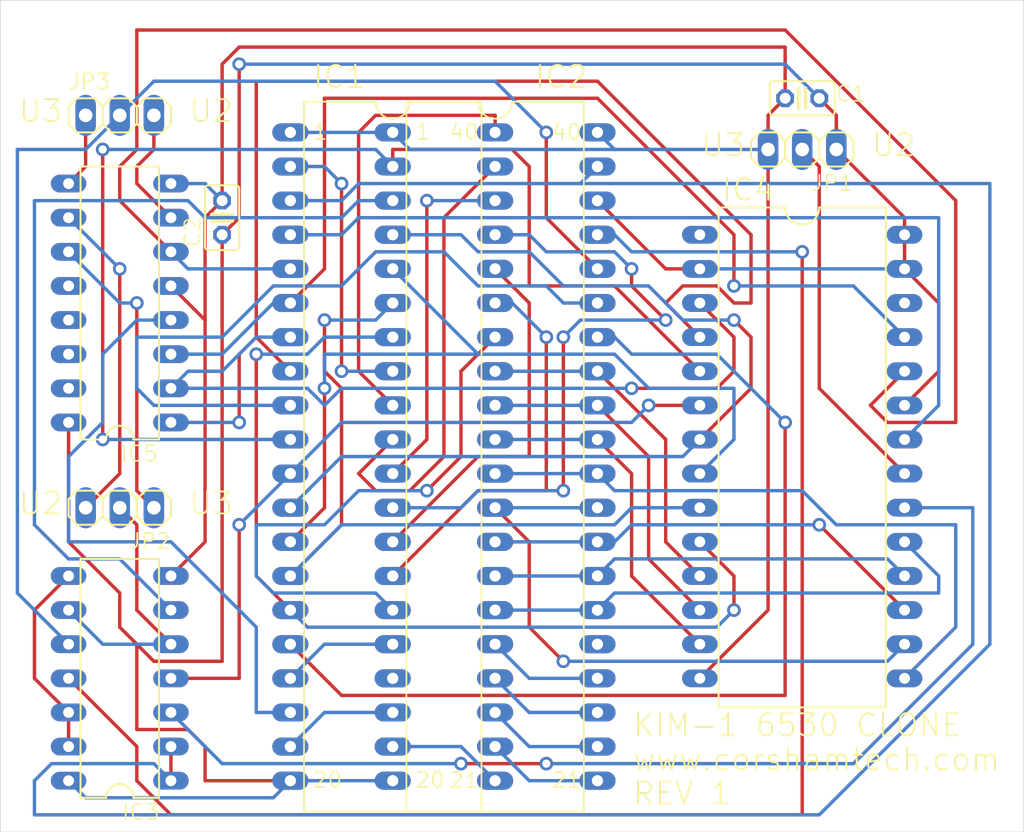
<source format=kicad_pcb>
(kicad_pcb (version 20221018) (generator pcbnew)
  (layers (0 "F.Cu" signal) (31 "B.Cu" signal) (34 "B.Paste" user) (35 "F.Paste" user) (36 "B.SilkS" user "B.Silkscreen") (37 "F.SilkS" user "F.Silkscreen") (38 "B.Mask" user) (39 "F.Mask" user) (44 "Edge.Cuts" user))
  (net 0 "")
  (net 1 "N$1")
  (net 2 "N$2")
  (net 3 "N$3")
  (net 4 "N$4")
  (net 5 "N$5")
  (net 6 "N$6")
  (net 7 "N$7")
  (net 8 "N$8")
  (net 9 "N$9")
  (net 10 "N$10")
  (net 11 "N$11")
  (net 12 "N$12")
  (net 13 "N$13")
  (net 14 "N$15")
  (net 15 "N$16")
  (net 16 "PH2")
  (net 17 "D0")
  (net 18 "D1")
  (net 19 "D2")
  (net 20 "D3")
  (net 21 "D4")
  (net 22 "D5")
  (net 23 "D6")
  (net 24 "D7")
  (net 25 "A0")
  (net 26 "A1")
  (net 27 "A2")
  (net 28 "A3")
  (net 29 "A4")
  (net 30 "A5")
  (net 31 "A6")
  (net 32 "A7")
  (net 33 "A8")
  (net 34 "A9")
  (net 35 "A10")
  (net 36 "~{ROM_SELECT}")
  (net 37 "R/~{W}")
  (net 38 "~{PH2}")
  (net 39 "VCC")
  (net 40 "GND")
  (net 41 "N$14")
  (net 42 "~{K5}")
  (net 43 "~{RAM_SELECT}")
  (net 44 "~{REGISTER_SELECT}")
  (net 45 "A4_ADJ")
  (net 46 "~{S_1700}")
  (net 47 "~{S_1780}")
  (net 48 "~{S_17C0}")
  (net 49 "~{S_1740}")
  (net 50 "~{ON_6532}")
  (net 51 "ON_6532")
  (footprint "KIM_6530_replacement:C025-025X050" (layer "F.Cu") (at 126.9211 90.2336 90)
    (fp_text reference "C2")
    (fp_text value ".1")
  )
  (footprint "KIM_6530_replacement:DIL16" (layer "F.Cu") (at 119.3011 96.5836 90)
    (fp_text reference "IC5")
    (fp_text value "74LS138N")
  )
  (footprint "KIM_6530_replacement:DIP40" (layer "F.Cu") (at 139.6211 108.0136 -90)
    (fp_text reference "IC1")
    (fp_text value "6530-KIM")
  )
  (footprint "KIM_6530_replacement:DIL28-6" (layer "F.Cu") (at 170.1011 108.0136 -90)
    (fp_text reference "IC4")
    (fp_text value "28C64AP")
  )
  (footprint "KIM_6530_replacement:1X03" (layer "F.Cu") (at 119.3011 111.8236 180)
    (fp_text reference "JP2")
    (fp_text value "")
  )
  (footprint "KIM_6530_replacement:C025-025X050" (layer "F.Cu") (at 170.1011 81.3436 180)
    (fp_text reference "C1")
    (fp_text value ".1")
  )
  (footprint "KIM_6530_replacement:1X03" (layer "F.Cu") (at 170.1011 85.1536 180)
    (fp_text reference "JP1")
    (fp_text value "EPROM" hide)
  )
  (footprint "KIM_6530_replacement:DIL14" (layer "F.Cu") (at 119.3011 124.5236 90)
    (fp_text reference "IC3")
    (fp_text value "74LS00N")
  )
  (footprint "KIM_6530_replacement:DIP40" (layer "F.Cu") (at 147.2411 108.0136 -90)
    (fp_text reference "IC2")
    (fp_text value "6532")
  )
  (footprint "KIM_6530_replacement:1X03" (layer "F.Cu") (at 119.3011 82.6136)
    (fp_text reference "JP3")
    (fp_text value "")
  )
  (gr_line (start 186.5911 74.0536) (end 110.4111 74.0536) (stroke (width 0.05)) (layer "Edge.Cuts"))
  (gr_line (start 110.4111 74.0536) (end 110.4111 135.9536) (stroke (width 0.05)) (layer "Edge.Cuts"))
  (gr_line (start 186.5911 135.9536) (end 186.5911 74.0536) (stroke (width 0.05)) (layer "Edge.Cuts"))
  (gr_line (start 110.4111 135.9536) (end 186.5911 135.9536) (stroke (width 0.05)) (layer "Edge.Cuts"))
  (gr_text "U3" (at 124.3811 112.4586) (layer "F.SilkS") (effects (font (size 1.63576 1.63576) (thickness 0.14224)) (justify left bottom)))
  (gr_text "U2" (at 124.3811 83.2486) (layer "F.SilkS") (effects (font (size 1.63576 1.63576) (thickness 0.14224)) (justify left bottom)))
  (gr_text "KIM-1 6530 CLONE" (at 157.4011 128.9686) (layer "F.SilkS") (effects (font (size 1.63576 1.63576) (thickness 0.14224)) (justify left bottom)))
  (gr_text "U2" (at 111.6811 112.4586) (layer "F.SilkS") (effects (font (size 1.63576 1.63576) (thickness 0.14224)) (justify left bottom)))
  (gr_text "www.corshamtech.com" (at 157.4011 131.5086) (layer "F.SilkS") (effects (font (size 1.63576 1.63576) (thickness 0.14224)) (justify left bottom)))
  (gr_text "U2" (at 175.1811 85.7886) (layer "F.SilkS") (effects (font (size 1.63576 1.63576) (thickness 0.14224)) (justify left bottom)))
  (gr_text "U3" (at 162.4811 85.7886) (layer "F.SilkS") (effects (font (size 1.63576 1.63576) (thickness 0.14224)) (justify left bottom)))
  (gr_text "U3" (at 111.6811 83.2486) (layer "F.SilkS") (effects (font (size 1.63576 1.63576) (thickness 0.14224)) (justify left bottom)))
  (gr_text "REV 1" (at 157.4011 134.0486) (layer "F.SilkS") (effects (font (size 1.63576 1.63576) (thickness 0.14224)) (justify left bottom)))
  (segment (start 135.8111 87.6936) (end 135.8111 101.6636) (width 0.254) (layer "F.Cu") (net 1))
  (via (at 135.8111 101.6636) (size 1.016) (drill 0.6096) (layers "F.Cu" "B.Cu") (net 1))
  (via (at 135.8111 87.6936) (size 1.016) (drill 0.6096) (layers "F.Cu" "B.Cu") (net 1))
  (segment (start 134.5411 86.4236) (end 135.8111 87.6936) (width 0.254) (layer "B.Cu") (net 1))
  (segment (start 132.0011 86.4236) (end 134.5411 86.4236) (width 0.254) (layer "B.Cu") (net 1))
  (segment (start 135.8111 101.6636) (end 139.6211 101.6636) (width 0.254) (layer "B.Cu") (net 1))
  (segment (start 138.3511 82.6136) (end 137.0811 83.8836) (width 0.254) (layer "F.Cu") (net 2))
  (segment (start 147.2411 82.6136) (end 138.3511 82.6136) (width 0.254) (layer "F.Cu") (net 2))
  (segment (start 137.0811 101.6636) (end 139.6211 104.2036) (width 0.254) (layer "F.Cu") (net 2))
  (segment (start 147.2411 83.8836) (end 147.2411 82.6136) (width 0.254) (layer "F.Cu") (net 2))
  (segment (start 137.0811 83.8836) (end 137.0811 101.6636) (width 0.254) (layer "F.Cu") (net 2))
  (segment (start 147.2411 86.4236) (end 143.4311 90.2336) (width 0.254) (layer "F.Cu") (net 3))
  (segment (start 143.4311 108.0136) (end 140.8911 110.5536) (width 0.254) (layer "F.Cu") (net 3))
  (segment (start 138.3511 110.5536) (end 137.0811 109.2836) (width 0.254) (layer "F.Cu") (net 3))
  (segment (start 143.4311 90.2336) (end 143.4311 108.0136) (width 0.254) (layer "F.Cu") (net 3))
  (segment (start 137.0811 109.2836) (end 139.6211 106.7436) (width 0.254) (layer "F.Cu") (net 3))
  (segment (start 140.8911 110.5536) (end 138.3511 110.5536) (width 0.254) (layer "F.Cu") (net 3))
  (segment (start 142.1611 106.7436) (end 139.6211 109.2836) (width 0.254) (layer "F.Cu") (net 4))
  (segment (start 142.1611 88.9636) (end 142.1611 106.7436) (width 0.254) (layer "F.Cu") (net 4))
  (via (at 142.1611 88.9636) (size 1.016) (drill 0.6096) (layers "F.Cu" "B.Cu") (net 4))
  (segment (start 147.2411 88.9636) (end 142.1611 88.9636) (width 0.254) (layer "B.Cu") (net 4))
  (segment (start 157.4011 95.3136) (end 159.9411 97.8536) (width 0.254) (layer "F.Cu") (net 5))
  (segment (start 157.4011 94.0436) (end 157.4011 95.3136) (width 0.254) (layer "F.Cu") (net 5))
  (segment (start 152.3211 99.1236) (end 152.3211 110.5536) (width 0.254) (layer "F.Cu") (net 5))
  (via (at 152.3211 99.1236) (size 1.016) (drill 0.6096) (layers "F.Cu" "B.Cu") (net 5))
  (via (at 152.3211 110.5536) (size 1.016) (drill 0.6096) (layers "F.Cu" "B.Cu") (net 5))
  (via (at 159.9411 97.8536) (size 1.016) (drill 0.6096) (layers "F.Cu" "B.Cu") (net 5))
  (via (at 157.4011 94.0436) (size 1.016) (drill 0.6096) (layers "F.Cu" "B.Cu") (net 5))
  (segment (start 145.9711 110.5536) (end 144.7011 111.8236) (width 0.254) (layer "B.Cu") (net 5))
  (segment (start 156.1311 92.7736) (end 157.4011 94.0436) (width 0.254) (layer "B.Cu") (net 5))
  (segment (start 149.7811 91.5036) (end 151.0511 92.7736) (width 0.254) (layer "B.Cu") (net 5))
  (segment (start 159.9411 97.8536) (end 153.5911 97.8536) (width 0.254) (layer "B.Cu") (net 5))
  (segment (start 151.0511 92.7736) (end 156.1311 92.7736) (width 0.254) (layer "B.Cu") (net 5))
  (segment (start 147.2411 91.5036) (end 149.7811 91.5036) (width 0.254) (layer "B.Cu") (net 5))
  (segment (start 144.7011 111.8236) (end 139.6211 111.8236) (width 0.254) (layer "B.Cu") (net 5))
  (segment (start 152.3211 110.5536) (end 145.9711 110.5536) (width 0.254) (layer "B.Cu") (net 5))
  (segment (start 153.5911 97.8536) (end 152.3211 99.1236) (width 0.254) (layer "B.Cu") (net 5))
  (segment (start 147.2411 94.0436) (end 149.7811 96.5836) (width 0.254) (layer "F.Cu") (net 6))
  (segment (start 149.7811 108.0136) (end 145.9711 108.0136) (width 0.254) (layer "F.Cu") (net 6))
  (segment (start 145.9711 108.0136) (end 139.6211 114.3636) (width 0.254) (layer "F.Cu") (net 6))
  (segment (start 149.7811 96.5836) (end 149.7811 108.0136) (width 0.254) (layer "F.Cu") (net 6))
  (segment (start 151.0511 99.1236) (end 151.0511 110.5536) (width 0.254) (layer "F.Cu") (net 7))
  (segment (start 151.0511 110.5536) (end 145.9711 110.5536) (width 0.254) (layer "F.Cu") (net 7))
  (segment (start 145.9711 110.5536) (end 139.6211 116.9036) (width 0.254) (layer "F.Cu") (net 7))
  (via (at 151.0511 99.1236) (size 1.016) (drill 0.6096) (layers "F.Cu" "B.Cu") (net 7))
  (segment (start 147.2411 96.5836) (end 148.5111 96.5836) (width 0.254) (layer "B.Cu") (net 7))
  (segment (start 148.5111 96.5836) (end 151.0511 99.1236) (width 0.254) (layer "B.Cu") (net 7))
  (segment (start 147.2411 99.1236) (end 144.7011 101.6636) (width 0.254) (layer "F.Cu") (net 8))
  (segment (start 144.7011 101.6636) (end 144.7011 108.0136) (width 0.254) (layer "F.Cu") (net 8))
  (segment (start 144.7011 108.0136) (end 142.1611 110.5536) (width 0.254) (layer "F.Cu") (net 8))
  (via (at 142.1611 110.5536) (size 1.016) (drill 0.6096) (layers "F.Cu" "B.Cu") (net 8))
  (segment (start 129.4611 113.0936) (end 129.4611 116.9036) (width 0.254) (layer "B.Cu") (net 8))
  (segment (start 130.7311 118.1736) (end 138.3511 118.1736) (width 0.254) (layer "B.Cu") (net 8))
  (segment (start 138.3511 118.1736) (end 139.6211 119.4436) (width 0.254) (layer "B.Cu") (net 8))
  (segment (start 129.4611 116.9036) (end 130.7311 118.1736) (width 0.254) (layer "B.Cu") (net 8))
  (segment (start 142.1611 110.5536) (end 137.0811 110.5536) (width 0.254) (layer "B.Cu") (net 8))
  (segment (start 137.0811 110.5536) (end 134.5411 113.0936) (width 0.254) (layer "B.Cu") (net 8))
  (segment (start 134.5411 113.0936) (end 129.4611 113.0936) (width 0.254) (layer "B.Cu") (net 8))
  (segment (start 149.7811 124.5236) (end 147.2411 121.9836) (width 0.254) (layer "B.Cu") (net 9))
  (segment (start 154.8611 124.5236) (end 149.7811 124.5236) (width 0.254) (layer "B.Cu") (net 9))
  (segment (start 149.7811 127.0636) (end 147.2411 124.5236) (width 0.254) (layer "B.Cu") (net 10))
  (segment (start 154.8611 127.0636) (end 149.7811 127.0636) (width 0.254) (layer "B.Cu") (net 10))
  (segment (start 149.7811 129.6036) (end 147.2411 127.0636) (width 0.254) (layer "B.Cu") (net 11))
  (segment (start 154.8611 129.6036) (end 149.7811 129.6036) (width 0.254) (layer "B.Cu") (net 11))
  (segment (start 149.7811 132.1436) (end 147.2411 129.6036) (width 0.254) (layer "B.Cu") (net 12))
  (segment (start 154.8611 132.1436) (end 149.7811 132.1436) (width 0.254) (layer "B.Cu") (net 12))
  (segment (start 147.2411 132.1436) (end 144.7011 129.6036) (width 0.254) (layer "B.Cu") (net 13))
  (segment (start 144.7011 129.6036) (end 139.6211 129.6036) (width 0.254) (layer "B.Cu") (net 13))
  (segment (start 134.5411 121.9836) (end 132.0011 124.5236) (width 0.254) (layer "B.Cu") (net 14))
  (segment (start 139.6211 121.9836) (end 134.5411 121.9836) (width 0.254) (layer "B.Cu") (net 14))
  (segment (start 135.8111 125.7936) (end 132.0011 121.9836) (width 0.254) (layer "F.Cu") (net 15))
  (segment (start 168.8311 105.4736) (end 168.8311 125.7936) (width 0.254) (layer "F.Cu") (net 15))
  (segment (start 168.8311 125.7936) (end 135.8111 125.7936) (width 0.254) (layer "F.Cu") (net 15))
  (via (at 168.8311 105.4736) (size 1.016) (drill 0.6096) (layers "F.Cu" "B.Cu") (net 15))
  (segment (start 157.4011 100.3936) (end 163.7511 100.3936) (width 0.254) (layer "B.Cu") (net 15))
  (segment (start 156.1311 99.1236) (end 157.4011 100.3936) (width 0.254) (layer "B.Cu") (net 15))
  (segment (start 154.8611 99.1236) (end 156.1311 99.1236) (width 0.254) (layer "B.Cu") (net 15))
  (segment (start 163.7511 100.3936) (end 168.8311 105.4736) (width 0.254) (layer "B.Cu") (net 15))
  (segment (start 123.1111 132.1436) (end 123.1111 129.6036) (width 0.254) (layer "F.Cu") (net 16))
  (segment (start 153.5911 87.6936) (end 137.0811 87.6936) (width 0.254) (layer "B.Cu") (net 16))
  (segment (start 137.0811 87.6936) (end 135.8111 88.9636) (width 0.254) (layer "B.Cu") (net 16))
  (segment (start 112.9511 134.6836) (end 112.9511 132.1436) (width 0.254) (layer "B.Cu") (net 16))
  (segment (start 135.8111 88.9636) (end 132.0011 88.9636) (width 0.254) (layer "B.Cu") (net 16))
  (segment (start 184.0711 87.6936) (end 184.0711 121.9836) (width 0.254) (layer "B.Cu") (net 16))
  (segment (start 121.8411 130.8736) (end 123.1111 132.1436) (width 0.254) (layer "B.Cu") (net 16))
  (segment (start 153.5911 87.6936) (end 184.0711 87.6936) (width 0.254) (layer "B.Cu") (net 16))
  (segment (start 171.3711 134.6836) (end 112.9511 134.6836) (width 0.254) (layer "B.Cu") (net 16))
  (segment (start 154.8611 86.4236) (end 153.5911 87.6936) (width 0.254) (layer "B.Cu") (net 16))
  (segment (start 184.0711 121.9836) (end 171.3711 134.6836) (width 0.254) (layer "B.Cu") (net 16))
  (segment (start 112.9511 132.1436) (end 114.2211 130.8736) (width 0.254) (layer "B.Cu") (net 16))
  (segment (start 114.2211 130.8736) (end 121.8411 130.8736) (width 0.254) (layer "B.Cu") (net 16))
  (segment (start 159.9411 106.7436) (end 159.9411 114.3636) (width 0.254) (layer "F.Cu") (net 17))
  (segment (start 154.8611 101.6636) (end 159.9411 106.7436) (width 0.254) (layer "F.Cu") (net 17))
  (segment (start 159.9411 114.3636) (end 162.4811 116.9036) (width 0.254) (layer "F.Cu") (net 17))
  (segment (start 154.8611 101.6636) (end 147.2411 101.6636) (width 0.254) (layer "B.Cu") (net 17))
  (segment (start 154.8611 104.2036) (end 158.6711 108.0136) (width 0.254) (layer "F.Cu") (net 18))
  (segment (start 158.6711 108.0136) (end 158.6711 115.6336) (width 0.254) (layer "F.Cu") (net 18))
  (segment (start 158.6711 115.6336) (end 162.4811 119.4436) (width 0.254) (layer "F.Cu") (net 18))
  (segment (start 154.8611 104.2036) (end 147.2411 104.2036) (width 0.254) (layer "B.Cu") (net 18))
  (segment (start 157.4011 109.2836) (end 157.4011 116.9036) (width 0.254) (layer "F.Cu") (net 19))
  (segment (start 157.4011 116.9036) (end 162.4811 121.9836) (width 0.254) (layer "F.Cu") (net 19))
  (segment (start 154.8611 106.7436) (end 157.4011 109.2836) (width 0.254) (layer "F.Cu") (net 19))
  (segment (start 154.8611 106.7436) (end 147.2411 106.7436) (width 0.254) (layer "B.Cu") (net 19))
  (segment (start 170.1011 110.5536) (end 172.6411 113.0936) (width 0.254) (layer "B.Cu") (net 20))
  (segment (start 154.8611 109.2836) (end 147.2411 109.2836) (width 0.254) (layer "B.Cu") (net 20))
  (segment (start 154.8611 109.2836) (end 156.1311 110.5536) (width 0.254) (layer "B.Cu") (net 20))
  (segment (start 181.5311 113.0936) (end 181.5311 120.7136) (width 0.254) (layer "B.Cu") (net 20))
  (segment (start 156.1311 110.5536) (end 170.1011 110.5536) (width 0.254) (layer "B.Cu") (net 20))
  (segment (start 172.6411 113.0936) (end 181.5311 113.0936) (width 0.254) (layer "B.Cu") (net 20))
  (segment (start 181.5311 120.7136) (end 177.7211 124.5236) (width 0.254) (layer "B.Cu") (net 20))
  (segment (start 147.2411 111.8236) (end 149.7811 114.3636) (width 0.254) (layer "F.Cu") (net 21))
  (segment (start 149.7811 114.3636) (end 149.7811 120.7136) (width 0.254) (layer "F.Cu") (net 21))
  (segment (start 149.7811 120.7136) (end 152.3211 123.2536) (width 0.254) (layer "F.Cu") (net 21))
  (via (at 152.3211 123.2536) (size 1.016) (drill 0.6096) (layers "F.Cu" "B.Cu") (net 21))
  (segment (start 176.4511 123.2536) (end 177.7211 121.9836) (width 0.254) (layer "B.Cu") (net 21))
  (segment (start 152.3211 123.2536) (end 176.4511 123.2536) (width 0.254) (layer "B.Cu") (net 21))
  (segment (start 147.2411 111.8236) (end 154.8611 111.8236) (width 0.254) (layer "B.Cu") (net 21))
  (segment (start 171.3711 113.0936) (end 177.7211 119.4436) (width 0.254) (layer "F.Cu") (net 22))
  (via (at 171.3711 113.0936) (size 1.016) (drill 0.6096) (layers "F.Cu" "B.Cu") (net 22))
  (segment (start 157.4011 113.0936) (end 171.3711 113.0936) (width 0.254) (layer "B.Cu") (net 22))
  (segment (start 154.8611 114.3636) (end 156.1311 114.3636) (width 0.254) (layer "B.Cu") (net 22))
  (segment (start 154.8611 114.3636) (end 147.2411 114.3636) (width 0.254) (layer "B.Cu") (net 22))
  (segment (start 156.1311 114.3636) (end 157.4011 113.0936) (width 0.254) (layer "B.Cu") (net 22))
  (segment (start 154.8611 116.9036) (end 147.2411 116.9036) (width 0.254) (layer "B.Cu") (net 23))
  (segment (start 156.1311 115.6336) (end 176.4511 115.6336) (width 0.254) (layer "B.Cu") (net 23))
  (segment (start 154.8611 116.9036) (end 156.1311 115.6336) (width 0.254) (layer "B.Cu") (net 23))
  (segment (start 176.4511 115.6336) (end 177.7211 116.9036) (width 0.254) (layer "B.Cu") (net 23))
  (segment (start 156.1311 118.1736) (end 180.2611 118.1736) (width 0.254) (layer "B.Cu") (net 24))
  (segment (start 154.8611 119.4436) (end 147.2411 119.4436) (width 0.254) (layer "B.Cu") (net 24))
  (segment (start 180.2611 116.9036) (end 177.7211 114.3636) (width 0.254) (layer "B.Cu") (net 24))
  (segment (start 154.8611 119.4436) (end 156.1311 118.1736) (width 0.254) (layer "B.Cu") (net 24))
  (segment (start 180.2611 118.1736) (end 180.2611 116.9036) (width 0.254) (layer "B.Cu") (net 24))
  (segment (start 165.0211 116.9036) (end 162.4811 114.3636) (width 0.254) (layer "F.Cu") (net 25))
  (segment (start 132.0011 119.4436) (end 129.4611 116.9036) (width 0.254) (layer "F.Cu") (net 25))
  (segment (start 129.4611 116.9036) (end 129.4611 100.3936) (width 0.254) (layer "F.Cu") (net 25))
  (segment (start 165.0211 119.4436) (end 165.0211 116.9036) (width 0.254) (layer "F.Cu") (net 25))
  (via (at 129.4611 100.3936) (size 1.016) (drill 0.6096) (layers "F.Cu" "B.Cu") (net 25))
  (via (at 165.0211 119.4436) (size 1.016) (drill 0.6096) (layers "F.Cu" "B.Cu") (net 25))
  (segment (start 133.2711 120.7136) (end 163.7511 120.7136) (width 0.254) (layer "B.Cu") (net 25))
  (segment (start 163.7511 120.7136) (end 165.0211 119.4436) (width 0.254) (layer "B.Cu") (net 25))
  (segment (start 132.0011 119.4436) (end 133.2711 120.7136) (width 0.254) (layer "B.Cu") (net 25))
  (segment (start 134.5411 99.1236) (end 139.6211 99.1236) (width 0.254) (layer "B.Cu") (net 25))
  (segment (start 129.4611 100.3936) (end 133.2711 100.3936) (width 0.254) (layer "B.Cu") (net 25))
  (segment (start 133.2711 100.3936) (end 134.5411 99.1236) (width 0.254) (layer "B.Cu") (net 25))
  (segment (start 135.8111 113.0936) (end 135.8111 102.9336) (width 0.254) (layer "F.Cu") (net 26))
  (segment (start 135.8111 102.9336) (end 134.5411 101.6636) (width 0.254) (layer "F.Cu") (net 26))
  (segment (start 134.5411 101.6636) (end 134.5411 97.8536) (width 0.254) (layer "F.Cu") (net 26))
  (segment (start 132.0011 116.9036) (end 135.8111 113.0936) (width 0.254) (layer "F.Cu") (net 26))
  (via (at 134.5411 97.8536) (size 1.016) (drill 0.6096) (layers "F.Cu" "B.Cu") (net 26))
  (segment (start 134.5411 97.8536) (end 138.3511 97.8536) (width 0.254) (layer "B.Cu") (net 26))
  (segment (start 156.1311 113.0936) (end 157.4011 111.8236) (width 0.254) (layer "B.Cu") (net 26))
  (segment (start 138.3511 97.8536) (end 139.6211 96.5836) (width 0.254) (layer "B.Cu") (net 26))
  (segment (start 157.4011 111.8236) (end 162.4811 111.8236) (width 0.254) (layer "B.Cu") (net 26))
  (segment (start 132.0011 116.9036) (end 135.8111 113.0936) (width 0.254) (layer "B.Cu") (net 26))
  (segment (start 135.8111 113.0936) (end 156.1311 113.0936) (width 0.254) (layer "B.Cu") (net 26))
  (segment (start 134.5411 111.8236) (end 132.0011 114.3636) (width 0.254) (layer "F.Cu") (net 27))
  (segment (start 134.5411 102.9336) (end 134.5411 111.8236) (width 0.254) (layer "F.Cu") (net 27))
  (via (at 134.5411 102.9336) (size 1.016) (drill 0.6096) (layers "F.Cu" "B.Cu") (net 27))
  (segment (start 139.6211 94.0436) (end 145.9711 100.3936) (width 0.254) (layer "B.Cu") (net 27))
  (segment (start 145.9711 100.3936) (end 134.5411 100.3936) (width 0.254) (layer "B.Cu") (net 27))
  (segment (start 134.5411 100.3936) (end 134.5411 102.9336) (width 0.254) (layer "B.Cu") (net 27))
  (segment (start 156.1311 100.3936) (end 158.6711 102.9336) (width 0.254) (layer "B.Cu") (net 27))
  (segment (start 165.0211 106.7436) (end 162.4811 109.2836) (width 0.254) (layer "B.Cu") (net 27))
  (segment (start 145.9711 100.3936) (end 156.1311 100.3936) (width 0.254) (layer "B.Cu") (net 27))
  (segment (start 165.0211 102.9336) (end 165.0211 106.7436) (width 0.254) (layer "B.Cu") (net 27))
  (segment (start 158.6711 102.9336) (end 165.0211 102.9336) (width 0.254) (layer "B.Cu") (net 27))
  (segment (start 166.2911 102.9336) (end 166.2911 99.1236) (width 0.254) (layer "F.Cu") (net 28))
  (segment (start 166.2911 99.1236) (end 165.0211 97.8536) (width 0.254) (layer "F.Cu") (net 28))
  (segment (start 162.4811 106.7436) (end 166.2911 102.9336) (width 0.254) (layer "F.Cu") (net 28))
  (via (at 165.0211 97.8536) (size 1.016) (drill 0.6096) (layers "F.Cu" "B.Cu") (net 28))
  (segment (start 132.0011 111.8236) (end 135.8111 108.0136) (width 0.254) (layer "B.Cu") (net 28))
  (segment (start 152.3211 95.3136) (end 149.7811 92.7736) (width 0.254) (layer "B.Cu") (net 28))
  (segment (start 161.2111 97.8536) (end 158.6711 95.3136) (width 0.254) (layer "B.Cu") (net 28))
  (segment (start 161.2111 108.0136) (end 162.4811 106.7436) (width 0.254) (layer "B.Cu") (net 28))
  (segment (start 144.7011 91.5036) (end 139.6211 91.5036) (width 0.254) (layer "B.Cu") (net 28))
  (segment (start 145.9711 92.7736) (end 144.7011 91.5036) (width 0.254) (layer "B.Cu") (net 28))
  (segment (start 158.6711 95.3136) (end 152.3211 95.3136) (width 0.254) (layer "B.Cu") (net 28))
  (segment (start 149.7811 92.7736) (end 145.9711 92.7736) (width 0.254) (layer "B.Cu") (net 28))
  (segment (start 165.0211 97.8536) (end 161.2111 97.8536) (width 0.254) (layer "B.Cu") (net 28))
  (segment (start 135.8111 108.0136) (end 161.2111 108.0136) (width 0.254) (layer "B.Cu") (net 28))
  (segment (start 158.6711 104.2036) (end 162.4811 104.2036) (width 0.254) (layer "F.Cu") (net 29))
  (segment (start 128.1911 124.5236) (end 123.1111 124.5236) (width 0.254) (layer "F.Cu") (net 29))
  (segment (start 128.1911 113.0936) (end 128.1911 124.5236) (width 0.254) (layer "F.Cu") (net 29))
  (via (at 158.6711 104.2036) (size 1.016) (drill 0.6096) (layers "F.Cu" "B.Cu") (net 29))
  (via (at 128.1911 113.0936) (size 1.016) (drill 0.6096) (layers "F.Cu" "B.Cu") (net 29))
  (segment (start 132.0011 109.2836) (end 128.1911 113.0936) (width 0.254) (layer "B.Cu") (net 29))
  (segment (start 132.0011 109.2836) (end 135.8111 105.4736) (width 0.254) (layer "B.Cu") (net 29))
  (segment (start 135.8111 105.4736) (end 157.4011 105.4736) (width 0.254) (layer "B.Cu") (net 29))
  (segment (start 157.4011 105.4736) (end 158.6711 104.2036) (width 0.254) (layer "B.Cu") (net 29))
  (segment (start 139.6211 86.4236) (end 139.6211 85.1536) (width 0.254) (layer "F.Cu") (net 30))
  (segment (start 149.7811 95.3136) (end 156.1311 95.3136) (width 0.254) (layer "F.Cu") (net 30))
  (segment (start 156.1311 95.3136) (end 162.4811 101.6636) (width 0.254) (layer "F.Cu") (net 30))
  (segment (start 149.7811 86.4236) (end 149.7811 95.3136) (width 0.254) (layer "F.Cu") (net 30))
  (segment (start 148.5111 85.1536) (end 149.7811 86.4236) (width 0.254) (layer "F.Cu") (net 30))
  (segment (start 118.0311 85.1536) (end 118.0311 106.7436) (width 0.254) (layer "F.Cu") (net 30))
  (segment (start 139.6211 85.1536) (end 148.5111 85.1536) (width 0.254) (layer "F.Cu") (net 30))
  (via (at 118.0311 85.1536) (size 1.016) (drill 0.6096) (layers "F.Cu" "B.Cu") (net 30))
  (via (at 118.0311 106.7436) (size 1.016) (drill 0.6096) (layers "F.Cu" "B.Cu") (net 30))
  (segment (start 118.0311 106.7436) (end 132.0011 106.7436) (width 0.254) (layer "B.Cu") (net 30))
  (segment (start 139.6211 86.4236) (end 138.3511 85.1536) (width 0.254) (layer "B.Cu") (net 30))
  (segment (start 138.3511 85.1536) (end 118.0311 85.1536) (width 0.254) (layer "B.Cu") (net 30))
  (segment (start 129.4611 80.0736) (end 154.8611 80.0736) (width 0.254) (layer "F.Cu") (net 31))
  (segment (start 154.8611 80.0736) (end 166.2911 91.5036) (width 0.254) (layer "F.Cu") (net 31))
  (segment (start 132.0011 101.6636) (end 129.4611 99.1236) (width 0.254) (layer "F.Cu") (net 31))
  (segment (start 128.1911 100.3936) (end 128.1911 105.4736) (width 0.254) (layer "F.Cu") (net 31))
  (segment (start 163.7511 95.3136) (end 161.2111 95.3136) (width 0.254) (layer "F.Cu") (net 31))
  (segment (start 129.4611 99.1236) (end 129.4611 80.0736) (width 0.254) (layer "F.Cu") (net 31))
  (segment (start 166.2911 96.5836) (end 165.0211 96.5836) (width 0.254) (layer "F.Cu") (net 31))
  (segment (start 165.0211 96.5836) (end 163.7511 95.3136) (width 0.254) (layer "F.Cu") (net 31))
  (segment (start 161.2111 95.3136) (end 159.9411 96.5836) (width 0.254) (layer "F.Cu") (net 31))
  (segment (start 159.9411 96.5836) (end 162.4811 99.1236) (width 0.254) (layer "F.Cu") (net 31))
  (segment (start 166.2911 91.5036) (end 166.2911 96.5836) (width 0.254) (layer "F.Cu") (net 31))
  (segment (start 129.4611 99.1236) (end 128.1911 100.3936) (width 0.254) (layer "F.Cu") (net 31))
  (via (at 128.1911 105.4736) (size 1.016) (drill 0.6096) (layers "F.Cu" "B.Cu") (net 31))
  (segment (start 128.1911 105.4736) (end 123.1111 105.4736) (width 0.254) (layer "B.Cu") (net 31))
  (segment (start 165.0211 101.6636) (end 165.0211 99.1236) (width 0.254) (layer "F.Cu") (net 32))
  (segment (start 163.7511 102.9336) (end 165.0211 101.6636) (width 0.254) (layer "F.Cu") (net 32))
  (segment (start 165.0211 99.1236) (end 162.4811 96.5836) (width 0.254) (layer "F.Cu") (net 32))
  (segment (start 157.4011 102.9336) (end 163.7511 102.9336) (width 0.254) (layer "F.Cu") (net 32))
  (via (at 157.4011 102.9336) (size 1.016) (drill 0.6096) (layers "F.Cu" "B.Cu") (net 32))
  (segment (start 134.5411 104.2036) (end 135.8111 102.9336) (width 0.254) (layer "B.Cu") (net 32))
  (segment (start 124.3811 101.6636) (end 123.1111 102.9336) (width 0.254) (layer "B.Cu") (net 32))
  (segment (start 132.0011 99.1236) (end 129.4611 99.1236) (width 0.254) (layer "B.Cu") (net 32))
  (segment (start 123.1111 102.9336) (end 133.2711 102.9336) (width 0.254) (layer "B.Cu") (net 32))
  (segment (start 126.9211 101.6636) (end 124.3811 101.6636) (width 0.254) (layer "B.Cu") (net 32))
  (segment (start 133.2711 102.9336) (end 134.5411 104.2036) (width 0.254) (layer "B.Cu") (net 32))
  (segment (start 129.4611 99.1236) (end 126.9211 101.6636) (width 0.254) (layer "B.Cu") (net 32))
  (segment (start 135.8111 102.9336) (end 157.4011 102.9336) (width 0.254) (layer "B.Cu") (net 32))
  (segment (start 134.5411 94.0436) (end 134.5411 81.3436) (width 0.254) (layer "F.Cu") (net 33))
  (segment (start 132.0011 96.5836) (end 134.5411 94.0436) (width 0.254) (layer "F.Cu") (net 33))
  (segment (start 154.8611 81.3436) (end 165.0211 91.5036) (width 0.254) (layer "F.Cu") (net 33))
  (segment (start 165.0211 91.5036) (end 165.0211 95.3136) (width 0.254) (layer "F.Cu") (net 33))
  (segment (start 134.5411 81.3436) (end 154.8611 81.3436) (width 0.254) (layer "F.Cu") (net 33))
  (via (at 165.0211 95.3136) (size 1.016) (drill 0.6096) (layers "F.Cu" "B.Cu") (net 33))
  (segment (start 130.7311 96.5836) (end 126.9211 100.3936) (width 0.254) (layer "B.Cu") (net 33))
  (segment (start 132.0011 96.5836) (end 130.7311 96.5836) (width 0.254) (layer "B.Cu") (net 33))
  (segment (start 165.0211 95.3136) (end 173.9111 95.3136) (width 0.254) (layer "B.Cu") (net 33))
  (segment (start 173.9111 95.3136) (end 177.7211 99.1236) (width 0.254) (layer "B.Cu") (net 33))
  (segment (start 126.9211 100.3936) (end 123.1111 100.3936) (width 0.254) (layer "B.Cu") (net 33))
  (segment (start 120.5711 85.1536) (end 120.5711 76.2636) (width 0.254) (layer "F.Cu") (net 34))
  (segment (start 176.4511 105.4736) (end 175.1811 104.2036) (width 0.254) (layer "F.Cu") (net 34))
  (segment (start 175.1811 104.2036) (end 177.7211 101.6636) (width 0.254) (layer "F.Cu") (net 34))
  (segment (start 123.1111 92.7736) (end 119.3011 88.9636) (width 0.254) (layer "F.Cu") (net 34))
  (segment (start 120.5711 76.2636) (end 168.8311 76.2636) (width 0.254) (layer "F.Cu") (net 34))
  (segment (start 168.8311 76.2636) (end 181.5311 88.9636) (width 0.254) (layer "F.Cu") (net 34))
  (segment (start 181.5311 88.9636) (end 181.5311 105.4736) (width 0.254) (layer "F.Cu") (net 34))
  (segment (start 119.3011 86.4236) (end 120.5711 85.1536) (width 0.254) (layer "F.Cu") (net 34))
  (segment (start 119.3011 88.9636) (end 119.3011 86.4236) (width 0.254) (layer "F.Cu") (net 34))
  (segment (start 181.5311 105.4736) (end 176.4511 105.4736) (width 0.254) (layer "F.Cu") (net 34))
  (segment (start 124.3811 94.0436) (end 123.1111 92.7736) (width 0.254) (layer "B.Cu") (net 34))
  (segment (start 132.0011 94.0436) (end 124.3811 94.0436) (width 0.254) (layer "B.Cu") (net 34))
  (segment (start 171.3711 102.9336) (end 177.7211 109.2836) (width 0.254) (layer "F.Cu") (net 35))
  (segment (start 171.3711 86.4236) (end 171.3711 102.9336) (width 0.254) (layer "F.Cu") (net 35))
  (segment (start 170.1011 85.1536) (end 171.3711 86.4236) (width 0.254) (layer "F.Cu") (net 35))
  (segment (start 137.0811 90.2336) (end 180.2611 90.2336) (width 0.254) (layer "B.Cu") (net 36))
  (segment (start 180.2611 104.2036) (end 177.7211 106.7436) (width 0.254) (layer "B.Cu") (net 36))
  (segment (start 180.2611 90.2336) (end 180.2611 104.2036) (width 0.254) (layer "B.Cu") (net 36))
  (segment (start 135.8111 91.5036) (end 137.0811 90.2336) (width 0.254) (layer "B.Cu") (net 36))
  (segment (start 132.0011 91.5036) (end 135.8111 91.5036) (width 0.254) (layer "B.Cu") (net 36))
  (segment (start 121.8411 104.2036) (end 132.0011 104.2036) (width 0.254) (layer "B.Cu") (net 37))
  (segment (start 154.8611 96.5836) (end 152.3211 96.5836) (width 0.254) (layer "B.Cu") (net 37))
  (segment (start 120.5711 99.1236) (end 120.5711 102.9336) (width 0.254) (layer "B.Cu") (net 37))
  (segment (start 135.8111 95.3136) (end 130.7311 95.3136) (width 0.254) (layer "B.Cu") (net 37))
  (segment (start 143.4311 92.7736) (end 138.3511 92.7736) (width 0.254) (layer "B.Cu") (net 37))
  (segment (start 138.3511 92.7736) (end 135.8111 95.3136) (width 0.254) (layer "B.Cu") (net 37))
  (segment (start 151.0511 95.3136) (end 145.9711 95.3136) (width 0.254) (layer "B.Cu") (net 37))
  (segment (start 126.9211 99.1236) (end 120.5711 99.1236) (width 0.254) (layer "B.Cu") (net 37))
  (segment (start 120.5711 102.9336) (end 121.8411 104.2036) (width 0.254) (layer "B.Cu") (net 37))
  (segment (start 130.7311 95.3136) (end 126.9211 99.1236) (width 0.254) (layer "B.Cu") (net 37))
  (segment (start 152.3211 96.5836) (end 151.0511 95.3136) (width 0.254) (layer "B.Cu") (net 37))
  (segment (start 145.9711 95.3136) (end 143.4311 92.7736) (width 0.254) (layer "B.Cu") (net 37))
  (segment (start 151.0511 130.8736) (end 144.7011 130.8736) (width 0.254) (layer "F.Cu") (net 38))
  (via (at 144.7011 130.8736) (size 1.016) (drill 0.6096) (layers "F.Cu" "B.Cu") (net 38))
  (via (at 151.0511 130.8736) (size 1.016) (drill 0.6096) (layers "F.Cu" "B.Cu") (net 38))
  (segment (start 182.8011 121.9836) (end 173.9111 130.8736) (width 0.254) (layer "B.Cu") (net 38))
  (segment (start 126.9211 130.8736) (end 123.1111 127.0636) (width 0.254) (layer "B.Cu") (net 38))
  (segment (start 173.9111 130.8736) (end 151.0511 130.8736) (width 0.254) (layer "B.Cu") (net 38))
  (segment (start 177.7211 111.8236) (end 182.8011 111.8236) (width 0.254) (layer "B.Cu") (net 38))
  (segment (start 144.7011 130.8736) (end 126.9211 130.8736) (width 0.254) (layer "B.Cu") (net 38))
  (segment (start 182.8011 111.8236) (end 182.8011 121.9836) (width 0.254) (layer "B.Cu") (net 38))
  (segment (start 162.4811 94.0436) (end 159.9411 94.0436) (width 0.254) (layer "F.Cu") (net 39))
  (segment (start 119.3011 118.1736) (end 115.4911 114.3636) (width 0.254) (layer "F.Cu") (net 39))
  (segment (start 177.7211 94.0436) (end 177.7211 91.5036) (width 0.254) (layer "F.Cu") (net 39))
  (segment (start 120.5711 128.3336) (end 124.3811 128.3336) (width 0.254) (layer "F.Cu") (net 39))
  (segment (start 126.9211 123.2536) (end 121.8411 123.2536) (width 0.254) (layer "F.Cu") (net 39))
  (segment (start 126.9211 91.5036) (end 126.9211 123.2536) (width 0.254) (layer "F.Cu") (net 39))
  (segment (start 124.3811 128.3336) (end 125.6511 129.6036) (width 0.254) (layer "F.Cu") (net 39))
  (segment (start 172.6411 85.1536) (end 172.6411 82.6136) (width 0.254) (layer "F.Cu") (net 39))
  (segment (start 126.9211 91.5036) (end 128.1911 90.2336) (width 0.254) (layer "F.Cu") (net 39))
  (segment (start 180.2611 101.6636) (end 177.7211 104.2036) (width 0.254) (layer "F.Cu") (net 39))
  (segment (start 115.4911 114.3636) (end 115.4911 105.4736) (width 0.254) (layer "F.Cu") (net 39))
  (segment (start 177.7211 90.2336) (end 172.6411 85.1536) (width 0.254) (layer "F.Cu") (net 39))
  (segment (start 125.6511 129.6036) (end 125.6511 132.1436) (width 0.254) (layer "F.Cu") (net 39))
  (segment (start 120.5711 121.9836) (end 120.5711 128.3336) (width 0.254) (layer "F.Cu") (net 39))
  (segment (start 119.3011 120.7136) (end 119.3011 118.1736) (width 0.254) (layer "F.Cu") (net 39))
  (segment (start 121.8411 123.2536) (end 120.5711 121.9836) (width 0.254) (layer "F.Cu") (net 39))
  (segment (start 159.9411 94.0436) (end 154.8611 88.9636) (width 0.254) (layer "F.Cu") (net 39))
  (segment (start 177.7211 91.5036) (end 177.7211 90.2336) (width 0.254) (layer "F.Cu") (net 39))
  (segment (start 172.6411 82.6136) (end 171.3711 81.3436) (width 0.254) (layer "F.Cu") (net 39))
  (segment (start 180.2611 96.5836) (end 180.2611 101.6636) (width 0.254) (layer "F.Cu") (net 39))
  (segment (start 128.1911 90.2336) (end 128.1911 78.8036) (width 0.254) (layer "F.Cu") (net 39))
  (segment (start 177.7211 94.0436) (end 180.2611 96.5836) (width 0.254) (layer "F.Cu") (net 39))
  (segment (start 125.6511 132.1436) (end 132.0011 132.1436) (width 0.254) (layer "F.Cu") (net 39))
  (segment (start 120.5711 121.9836) (end 119.3011 120.7136) (width 0.254) (layer "F.Cu") (net 39))
  (via (at 128.1911 78.8036) (size 1.016) (drill 0.6096) (layers "F.Cu" "B.Cu") (net 39))
  (segment (start 177.7211 94.0436) (end 162.4811 94.0436) (width 0.254) (layer "B.Cu") (net 39))
  (segment (start 128.1911 78.8036) (end 168.8311 78.8036) (width 0.254) (layer "B.Cu") (net 39))
  (segment (start 116.7611 133.4136) (end 115.4911 132.1436) (width 0.254) (layer "B.Cu") (net 39))
  (segment (start 132.0011 132.1436) (end 130.7311 133.4136) (width 0.254) (layer "B.Cu") (net 39))
  (segment (start 168.8311 78.8036) (end 171.3711 81.3436) (width 0.254) (layer "B.Cu") (net 39))
  (segment (start 132.0011 132.1436) (end 139.6211 132.1436) (width 0.254) (layer "B.Cu") (net 39))
  (segment (start 130.7311 133.4136) (end 116.7611 133.4136) (width 0.254) (layer "B.Cu") (net 39))
  (segment (start 167.5611 85.1536) (end 167.5611 82.6136) (width 0.254) (layer "F.Cu") (net 40))
  (segment (start 126.9211 78.8036) (end 126.9211 88.9636) (width 0.254) (layer "F.Cu") (net 40))
  (segment (start 168.8311 77.5336) (end 128.1911 77.5336) (width 0.254) (layer "F.Cu") (net 40))
  (segment (start 167.5611 82.6136) (end 168.8311 81.3436) (width 0.254) (layer "F.Cu") (net 40))
  (segment (start 167.5611 119.4436) (end 162.4811 124.5236) (width 0.254) (layer "F.Cu") (net 40))
  (segment (start 167.5611 85.1536) (end 167.5611 119.4436) (width 0.254) (layer "F.Cu") (net 40))
  (segment (start 168.8311 81.3436) (end 168.8311 77.5336) (width 0.254) (layer "F.Cu") (net 40))
  (segment (start 123.1111 95.3136) (end 125.6511 97.8536) (width 0.254) (layer "F.Cu") (net 40))
  (segment (start 125.6511 114.3636) (end 123.1111 116.9036) (width 0.254) (layer "F.Cu") (net 40))
  (segment (start 125.6511 90.2336) (end 126.9211 88.9636) (width 0.254) (layer "F.Cu") (net 40))
  (segment (start 125.6511 97.8536) (end 125.6511 114.3636) (width 0.254) (layer "F.Cu") (net 40))
  (segment (start 128.1911 77.5336) (end 126.9211 78.8036) (width 0.254) (layer "F.Cu") (net 40))
  (segment (start 125.6511 97.8536) (end 125.6511 90.2336) (width 0.254) (layer "F.Cu") (net 40))
  (segment (start 125.6511 87.6936) (end 126.9211 88.9636) (width 0.254) (layer "B.Cu") (net 40))
  (segment (start 156.1311 85.1536) (end 140.8911 85.1536) (width 0.254) (layer "B.Cu") (net 40))
  (segment (start 140.8911 85.1536) (end 139.6211 83.8836) (width 0.254) (layer "B.Cu") (net 40))
  (segment (start 167.5611 85.1536) (end 156.1311 85.1536) (width 0.254) (layer "B.Cu") (net 40))
  (segment (start 139.6211 83.8836) (end 132.0011 83.8836) (width 0.254) (layer "B.Cu") (net 40))
  (segment (start 123.1111 87.6936) (end 125.6511 87.6936) (width 0.254) (layer "B.Cu") (net 40))
  (segment (start 156.1311 85.1536) (end 154.8611 83.8836) (width 0.254) (layer "B.Cu") (net 40))
  (segment (start 139.6211 127.0636) (end 134.5411 127.0636) (width 0.254) (layer "B.Cu") (net 41))
  (segment (start 134.5411 127.0636) (end 132.0011 129.6036) (width 0.254) (layer "B.Cu") (net 41))
  (segment (start 120.5711 97.8536) (end 123.1111 97.8536) (width 0.254) (layer "B.Cu") (net 42))
  (segment (start 115.4911 114.3636) (end 115.4911 108.0136) (width 0.254) (layer "B.Cu") (net 42))
  (segment (start 118.0311 105.4736) (end 118.0311 100.3936) (width 0.254) (layer "B.Cu") (net 42))
  (segment (start 115.4911 108.0136) (end 118.0311 105.4736) (width 0.254) (layer "B.Cu") (net 42))
  (segment (start 123.1111 114.3636) (end 115.4911 114.3636) (width 0.254) (layer "B.Cu") (net 42))
  (segment (start 129.4611 120.7136) (end 123.1111 114.3636) (width 0.254) (layer "B.Cu") (net 42))
  (segment (start 118.0311 100.3936) (end 120.5711 97.8536) (width 0.254) (layer "B.Cu") (net 42))
  (segment (start 132.0011 127.0636) (end 129.4611 127.0636) (width 0.254) (layer "B.Cu") (net 42))
  (segment (start 129.4611 127.0636) (end 129.4611 120.7136) (width 0.254) (layer "B.Cu") (net 42))
  (segment (start 151.0511 83.8836) (end 151.0511 90.2336) (width 0.254) (layer "F.Cu") (net 43))
  (segment (start 151.0511 90.2336) (end 154.8611 94.0436) (width 0.254) (layer "F.Cu") (net 43))
  (via (at 151.0511 83.8836) (size 1.016) (drill 0.6096) (layers "F.Cu" "B.Cu") (net 43))
  (segment (start 147.2411 80.0736) (end 151.0511 83.8836) (width 0.254) (layer "B.Cu") (net 43))
  (segment (start 111.6811 85.1536) (end 111.6811 118.1736) (width 0.254) (layer "B.Cu") (net 43))
  (segment (start 119.3011 82.6136) (end 121.8411 80.0736) (width 0.254) (layer "B.Cu") (net 43))
  (segment (start 116.7611 85.1536) (end 111.6811 85.1536) (width 0.254) (layer "B.Cu") (net 43))
  (segment (start 111.6811 118.1736) (end 115.4911 121.9836) (width 0.254) (layer "B.Cu") (net 43))
  (segment (start 119.3011 82.6136) (end 116.7611 85.1536) (width 0.254) (layer "B.Cu") (net 43))
  (segment (start 121.8411 80.0736) (end 147.2411 80.0736) (width 0.254) (layer "B.Cu") (net 43))
  (segment (start 120.5711 119.4436) (end 120.5711 113.0936) (width 0.254) (layer "F.Cu") (net 44))
  (segment (start 120.5711 113.0936) (end 119.3011 111.8236) (width 0.254) (layer "F.Cu") (net 44))
  (segment (start 123.1111 121.9836) (end 120.5711 119.4436) (width 0.254) (layer "F.Cu") (net 44))
  (segment (start 118.0311 121.9836) (end 115.4911 119.4436) (width 0.254) (layer "B.Cu") (net 44))
  (segment (start 123.1111 121.9836) (end 118.0311 121.9836) (width 0.254) (layer "B.Cu") (net 44))
  (segment (start 124.3811 88.9636) (end 112.9511 88.9636) (width 0.254) (layer "B.Cu") (net 45))
  (segment (start 135.8111 90.2336) (end 125.6511 90.2336) (width 0.254) (layer "B.Cu") (net 45))
  (segment (start 139.6211 88.9636) (end 137.0811 88.9636) (width 0.254) (layer "B.Cu") (net 45))
  (segment (start 112.9511 88.9636) (end 112.9511 113.0936) (width 0.254) (layer "B.Cu") (net 45))
  (segment (start 137.0811 88.9636) (end 135.8111 90.2336) (width 0.254) (layer "B.Cu") (net 45))
  (segment (start 112.9511 113.0936) (end 115.4911 115.6336) (width 0.254) (layer "B.Cu") (net 45))
  (segment (start 115.4911 115.6336) (end 119.3011 115.6336) (width 0.254) (layer "B.Cu") (net 45))
  (segment (start 125.6511 90.2336) (end 124.3811 88.9636) (width 0.254) (layer "B.Cu") (net 45))
  (segment (start 119.3011 115.6336) (end 123.1111 119.4436) (width 0.254) (layer "B.Cu") (net 45))
  (segment (start 120.5711 110.5536) (end 120.5711 96.5836) (width 0.254) (layer "F.Cu") (net 46))
  (segment (start 121.8411 111.8236) (end 120.5711 110.5536) (width 0.254) (layer "F.Cu") (net 46))
  (via (at 120.5711 96.5836) (size 1.016) (drill 0.6096) (layers "F.Cu" "B.Cu") (net 46))
  (segment (start 119.3011 96.5836) (end 115.4911 92.7736) (width 0.254) (layer "B.Cu") (net 46))
  (segment (start 120.5711 96.5836) (end 119.3011 96.5836) (width 0.254) (layer "B.Cu") (net 46))
  (segment (start 116.7611 82.6136) (end 116.7611 86.4236) (width 0.254) (layer "F.Cu") (net 47))
  (segment (start 116.7611 86.4236) (end 115.4911 87.6936) (width 0.254) (layer "F.Cu") (net 47))
  (segment (start 120.5711 87.6936) (end 123.1111 90.2336) (width 0.254) (layer "F.Cu") (net 48))
  (segment (start 121.8411 82.6136) (end 121.8411 85.1536) (width 0.254) (layer "F.Cu") (net 48))
  (segment (start 121.8411 85.1536) (end 120.5711 86.4236) (width 0.254) (layer "F.Cu") (net 48))
  (segment (start 120.5711 86.4236) (end 120.5711 87.6936) (width 0.254) (layer "F.Cu") (net 48))
  (segment (start 116.7611 111.8236) (end 119.3011 109.2836) (width 0.254) (layer "F.Cu") (net 49))
  (segment (start 119.3011 109.2836) (end 119.3011 94.0436) (width 0.254) (layer "F.Cu") (net 49))
  (via (at 119.3011 94.0436) (size 1.016) (drill 0.6096) (layers "F.Cu" "B.Cu") (net 49))
  (segment (start 119.3011 94.0436) (end 115.4911 90.2336) (width 0.254) (layer "B.Cu") (net 49))
  (segment (start 120.5711 132.1436) (end 120.5711 129.6036) (width 0.254) (layer "F.Cu") (net 50))
  (segment (start 123.1111 134.6836) (end 120.5711 132.1436) (width 0.254) (layer "F.Cu") (net 50))
  (segment (start 170.1011 134.6836) (end 123.1111 134.6836) (width 0.254) (layer "F.Cu") (net 50))
  (segment (start 120.5711 129.6036) (end 115.4911 124.5236) (width 0.254) (layer "F.Cu") (net 50))
  (segment (start 170.1011 92.7736) (end 170.1011 134.6836) (width 0.254) (layer "F.Cu") (net 50))
  (via (at 170.1011 92.7736) (size 1.016) (drill 0.6096) (layers "F.Cu" "B.Cu") (net 50))
  (segment (start 154.8611 91.5036) (end 156.1311 91.5036) (width 0.254) (layer "B.Cu") (net 50))
  (segment (start 156.1311 91.5036) (end 157.4011 92.7736) (width 0.254) (layer "B.Cu") (net 50))
  (segment (start 157.4011 92.7736) (end 170.1011 92.7736) (width 0.254) (layer "B.Cu") (net 50))
  (segment (start 115.4911 127.0636) (end 112.9511 124.5236) (width 0.254) (layer "F.Cu") (net 51))
  (segment (start 112.9511 124.5236) (end 112.9511 119.4436) (width 0.254) (layer "F.Cu") (net 51))
  (segment (start 112.9511 119.4436) (end 115.4911 116.9036) (width 0.254) (layer "F.Cu") (net 51))
  (segment (start 115.4911 127.0636) (end 115.4911 129.6036) (width 0.254) (layer "F.Cu") (net 51))
)
</source>
